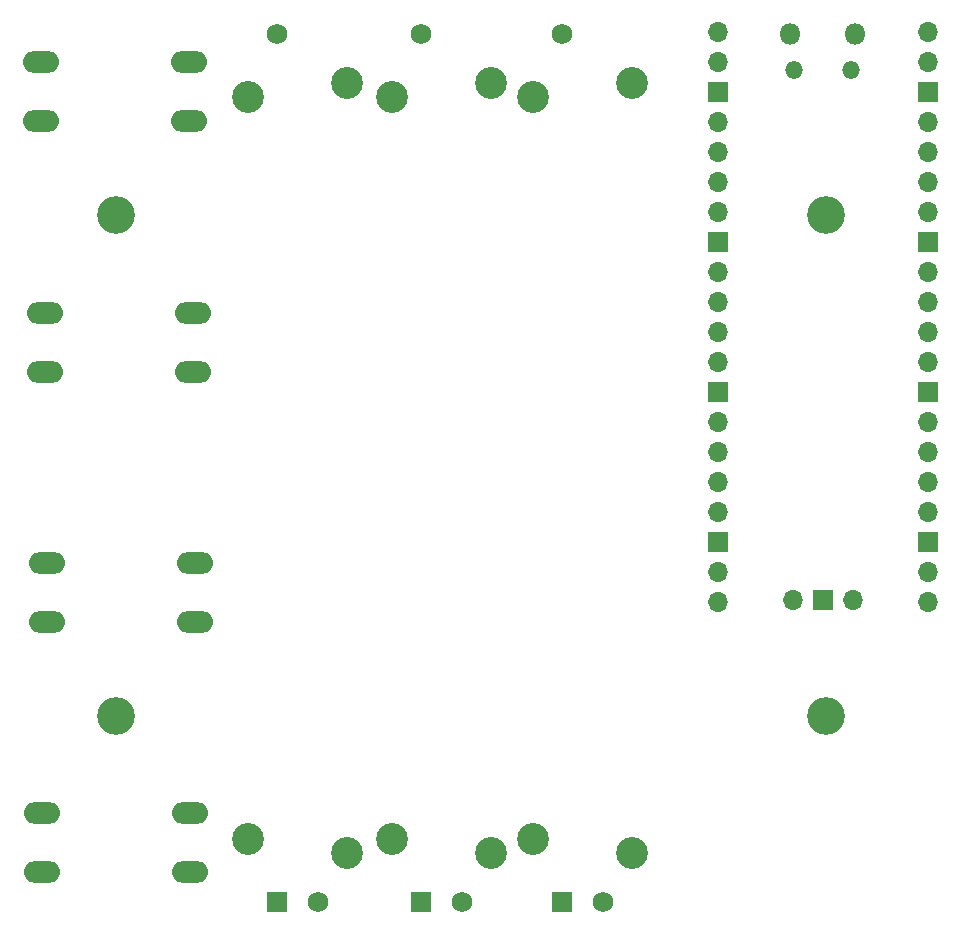
<source format=gbs>
%TF.GenerationSoftware,KiCad,Pcbnew,(6.0.0)*%
%TF.CreationDate,2023-01-12T10:54:33-06:00*%
%TF.ProjectId,deej,6465656a-2e6b-4696-9361-645f70636258,rev?*%
%TF.SameCoordinates,Original*%
%TF.FileFunction,Soldermask,Bot*%
%TF.FilePolarity,Negative*%
%FSLAX46Y46*%
G04 Gerber Fmt 4.6, Leading zero omitted, Abs format (unit mm)*
G04 Created by KiCad (PCBNEW (6.0.0)) date 2023-01-12 10:54:33*
%MOMM*%
%LPD*%
G01*
G04 APERTURE LIST*
%ADD10C,3.200000*%
%ADD11O,3.048000X1.850000*%
%ADD12R,1.750000X1.750000*%
%ADD13C,1.750000*%
%ADD14C,2.700000*%
%ADD15O,1.800000X1.800000*%
%ADD16O,1.500000X1.500000*%
%ADD17O,1.700000X1.700000*%
%ADD18R,1.700000X1.700000*%
G04 APERTURE END LIST*
D10*
%TO.C,REF\u002A\u002A*%
X155194000Y-97282000D03*
%TD*%
%TO.C,REF\u002A\u002A*%
X155194000Y-54864000D03*
%TD*%
%TO.C,REF\u002A\u002A*%
X95123000Y-97282000D03*
%TD*%
%TO.C,REF\u002A\u002A*%
X95123000Y-54864000D03*
%TD*%
D11*
%TO.C,SW2*%
X101637000Y-63090000D03*
X89137000Y-63090000D03*
X89137000Y-68090000D03*
X101637000Y-68090000D03*
%TD*%
%TO.C,SW4*%
X101383000Y-105450000D03*
X88883000Y-105450000D03*
X101383000Y-110450000D03*
X88883000Y-110450000D03*
%TD*%
D12*
%TO.C,RV1*%
X132870000Y-113030000D03*
D13*
X136370000Y-113030000D03*
X132870000Y-39530000D03*
D14*
X138820000Y-43680000D03*
X130420000Y-44880000D03*
X130420000Y-107680000D03*
X138820000Y-108880000D03*
%TD*%
D11*
%TO.C,SW1*%
X88756000Y-41910000D03*
X101256000Y-41910000D03*
X88756000Y-46910000D03*
X101256000Y-46910000D03*
%TD*%
D15*
%TO.C,U1*%
X152215000Y-39500000D03*
D16*
X152515000Y-42530000D03*
D15*
X157665000Y-39500000D03*
D16*
X157365000Y-42530000D03*
D17*
X146050000Y-39370000D03*
X146050000Y-41910000D03*
D18*
X146050000Y-44450000D03*
D17*
X146050000Y-46990000D03*
X146050000Y-49530000D03*
X146050000Y-52070000D03*
X146050000Y-54610000D03*
D18*
X146050000Y-57150000D03*
D17*
X146050000Y-59690000D03*
X146050000Y-62230000D03*
X146050000Y-64770000D03*
X146050000Y-67310000D03*
D18*
X146050000Y-69850000D03*
D17*
X146050000Y-72390000D03*
X146050000Y-74930000D03*
X146050000Y-77470000D03*
X146050000Y-80010000D03*
D18*
X146050000Y-82550000D03*
D17*
X146050000Y-85090000D03*
X146050000Y-87630000D03*
X163830000Y-87630000D03*
X163830000Y-85090000D03*
D18*
X163830000Y-82550000D03*
D17*
X163830000Y-80010000D03*
X163830000Y-77470000D03*
X163830000Y-74930000D03*
X163830000Y-72390000D03*
D18*
X163830000Y-69850000D03*
D17*
X163830000Y-67310000D03*
X163830000Y-64770000D03*
X163830000Y-62230000D03*
X163830000Y-59690000D03*
D18*
X163830000Y-57150000D03*
D17*
X163830000Y-54610000D03*
X163830000Y-52070000D03*
X163830000Y-49530000D03*
X163830000Y-46990000D03*
D18*
X163830000Y-44450000D03*
D17*
X163830000Y-41910000D03*
X163830000Y-39370000D03*
X152400000Y-87400000D03*
D18*
X154940000Y-87400000D03*
D17*
X157480000Y-87400000D03*
%TD*%
D11*
%TO.C,SW3*%
X101764000Y-84270000D03*
X89264000Y-84270000D03*
X101764000Y-89270000D03*
X89264000Y-89270000D03*
%TD*%
D12*
%TO.C,RV3*%
X120932000Y-113030000D03*
D13*
X124432000Y-113030000D03*
X120932000Y-39530000D03*
D14*
X126882000Y-43680000D03*
X126882000Y-108880000D03*
X118482000Y-44880000D03*
X118482000Y-107680000D03*
%TD*%
D12*
%TO.C,RV2*%
X108740000Y-113030000D03*
D13*
X112240000Y-113030000D03*
X108740000Y-39530000D03*
D14*
X114690000Y-43680000D03*
X106290000Y-107680000D03*
X114690000Y-108880000D03*
X106290000Y-44880000D03*
%TD*%
M02*

</source>
